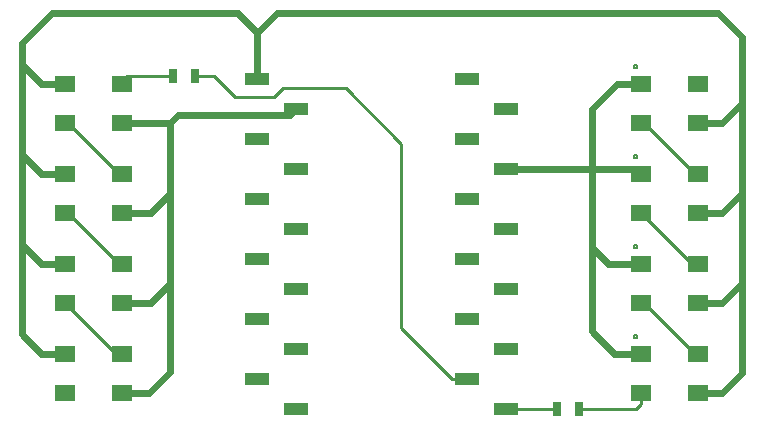
<source format=gtl>
G04 #@! TF.FileFunction,Copper,L1,Top,Signal*
%FSLAX46Y46*%
G04 Gerber Fmt 4.6, Leading zero omitted, Abs format (unit mm)*
G04 Created by KiCad (PCBNEW 4.0.3-stable) date Thursday, December 01, 2016 'PMt' 08:48:31 PM*
%MOMM*%
%LPD*%
G01*
G04 APERTURE LIST*
%ADD10C,0.100000*%
%ADD11C,0.150000*%
%ADD12R,2.000000X1.000000*%
%ADD13R,1.800000X1.400000*%
%ADD14R,0.700000X1.300000*%
%ADD15C,0.600000*%
%ADD16C,0.250000*%
G04 APERTURE END LIST*
D10*
D11*
X161334000Y-108510000D02*
X161084000Y-108510000D01*
X161334000Y-108760000D02*
X161334000Y-108510000D01*
X161084000Y-108760000D02*
X161334000Y-108760000D01*
X161084000Y-108510000D02*
X161084000Y-108760000D01*
X161334000Y-100890000D02*
X161084000Y-100890000D01*
X161334000Y-101140000D02*
X161334000Y-100890000D01*
X161084000Y-101140000D02*
X161334000Y-101140000D01*
X161084000Y-100890000D02*
X161084000Y-101140000D01*
X161334000Y-93270000D02*
X161084000Y-93270000D01*
X161334000Y-93520000D02*
X161334000Y-93270000D01*
X161084000Y-93520000D02*
X161334000Y-93520000D01*
X161084000Y-93270000D02*
X161084000Y-93520000D01*
X161334000Y-85650000D02*
X161084000Y-85650000D01*
X161334000Y-85900000D02*
X161334000Y-85650000D01*
X161084000Y-85900000D02*
X161334000Y-85900000D01*
X161084000Y-85650000D02*
X161084000Y-85900000D01*
D12*
X129160000Y-107188000D03*
X132460000Y-114808000D03*
X129160000Y-112268000D03*
X129160000Y-102108000D03*
X129160000Y-97028000D03*
X129160000Y-91948000D03*
X129160000Y-86868000D03*
X132460000Y-109728000D03*
X132460000Y-104648000D03*
X132460000Y-99568000D03*
X132460000Y-94488000D03*
X132460000Y-89408000D03*
X150240000Y-114808000D03*
X150240000Y-109728000D03*
X150240000Y-104648000D03*
X150240000Y-99568000D03*
X150240000Y-94488000D03*
X150240000Y-89408000D03*
X146940000Y-112268000D03*
X146940000Y-107188000D03*
X146940000Y-102108000D03*
X146940000Y-97028000D03*
X146940000Y-91948000D03*
X146940000Y-86868000D03*
D13*
X112916000Y-87250000D03*
X112916000Y-90550000D03*
X117716000Y-90550000D03*
X117716000Y-87250000D03*
X112916000Y-94870000D03*
X112916000Y-98170000D03*
X117716000Y-98170000D03*
X117716000Y-94870000D03*
X112916000Y-102490000D03*
X112916000Y-105790000D03*
X117716000Y-105790000D03*
X117716000Y-102490000D03*
X112916000Y-110110000D03*
X112916000Y-113410000D03*
X117716000Y-113410000D03*
X117716000Y-110110000D03*
X161684000Y-110110000D03*
X161684000Y-113410000D03*
X166484000Y-113410000D03*
X166484000Y-110110000D03*
X161684000Y-102490000D03*
X161684000Y-105790000D03*
X166484000Y-105790000D03*
X166484000Y-102490000D03*
X161684000Y-94870000D03*
X161684000Y-98170000D03*
X166484000Y-98170000D03*
X166484000Y-94870000D03*
X161684000Y-87250000D03*
X161684000Y-90550000D03*
X166484000Y-90550000D03*
X166484000Y-87250000D03*
D14*
X121986000Y-86614000D03*
X123886000Y-86614000D03*
X156398000Y-114808000D03*
X154498000Y-114808000D03*
D15*
X109220000Y-98044000D02*
X109220000Y-108458000D01*
X109220000Y-108458000D02*
X110872000Y-110110000D01*
X110872000Y-110110000D02*
X112916000Y-110110000D01*
X112916000Y-87250000D02*
X110872000Y-87250000D01*
X110872000Y-87250000D02*
X109220000Y-85598000D01*
X109220000Y-85598000D02*
X109220000Y-85344000D01*
X112916000Y-94870000D02*
X110872000Y-94870000D01*
X110872000Y-94870000D02*
X109220000Y-93218000D01*
X109220000Y-93218000D02*
X109220000Y-91948000D01*
X112916000Y-102490000D02*
X110872000Y-102490000D01*
X110872000Y-102490000D02*
X109220000Y-100838000D01*
X109220000Y-100838000D02*
X109220000Y-98044000D01*
X109220000Y-91948000D02*
X109220000Y-98044000D01*
X109220000Y-85344000D02*
X109220000Y-91948000D01*
X109220000Y-83820000D02*
X109220000Y-85344000D01*
X111760000Y-81280000D02*
X109220000Y-83820000D01*
X127508000Y-81280000D02*
X111760000Y-81280000D01*
X129158000Y-82930000D02*
X127508000Y-81280000D01*
X129160000Y-82930000D02*
X129158000Y-82930000D01*
X166484000Y-105790000D02*
X168530000Y-105790000D01*
X168530000Y-105790000D02*
X170180000Y-104140000D01*
X170180000Y-104140000D02*
X170180000Y-103632000D01*
X170180000Y-94996000D02*
X170180000Y-103632000D01*
X170180000Y-103632000D02*
X170180000Y-111760000D01*
X166484000Y-98170000D02*
X168530000Y-98170000D01*
X168530000Y-98170000D02*
X170180000Y-96520000D01*
X170180000Y-96520000D02*
X170180000Y-94996000D01*
X170180000Y-87376000D02*
X170180000Y-94996000D01*
X166484000Y-90550000D02*
X168530000Y-90550000D01*
X168530000Y-90550000D02*
X170180000Y-88900000D01*
X170180000Y-88900000D02*
X170180000Y-87376000D01*
X170180000Y-83312000D02*
X170180000Y-87376000D01*
X170180000Y-111760000D02*
X168530000Y-113410000D01*
X168530000Y-113410000D02*
X166484000Y-113410000D01*
X168148000Y-81280000D02*
X170180000Y-83312000D01*
X130810000Y-81280000D02*
X168148000Y-81280000D01*
X129160000Y-82930000D02*
X130810000Y-81280000D01*
X129160000Y-86868000D02*
X129160000Y-82930000D01*
X120016000Y-105790000D02*
X120144000Y-105790000D01*
X121794000Y-90550000D02*
X121794000Y-96520000D01*
X121794000Y-96520000D02*
X121794000Y-103760000D01*
X120016000Y-98170000D02*
X120144000Y-98170000D01*
X120144000Y-98170000D02*
X121794000Y-96520000D01*
X121794000Y-103760000D02*
X121794000Y-104140000D01*
X121794000Y-104140000D02*
X121794000Y-111632000D01*
X120144000Y-105790000D02*
X121794000Y-104140000D01*
X121794000Y-111632000D02*
X120016000Y-113410000D01*
X122428000Y-89916000D02*
X121794000Y-90550000D01*
X122428000Y-89916000D02*
X131952000Y-89916000D01*
X131952000Y-89916000D02*
X132460000Y-89408000D01*
X117716000Y-90550000D02*
X121794000Y-90550000D01*
X120016000Y-113410000D02*
X117716000Y-113410000D01*
X117716000Y-105790000D02*
X120016000Y-105790000D01*
X117716000Y-98170000D02*
X120016000Y-98170000D01*
X161684000Y-87250000D02*
X159638000Y-87250000D01*
X159638000Y-87250000D02*
X157480000Y-89408000D01*
X157480000Y-89408000D02*
X157480000Y-94488000D01*
X157480000Y-101092000D02*
X157480000Y-108204000D01*
X157480000Y-94488000D02*
X157480000Y-101092000D01*
X157480000Y-101092000D02*
X158878000Y-102490000D01*
X158878000Y-102490000D02*
X161684000Y-102490000D01*
X157480000Y-108204000D02*
X159386000Y-110110000D01*
X159386000Y-110110000D02*
X161684000Y-110110000D01*
X150240000Y-94488000D02*
X157480000Y-94488000D01*
X157480000Y-94488000D02*
X161302000Y-94488000D01*
X161302000Y-94488000D02*
X161684000Y-94870000D01*
D16*
X117716000Y-94870000D02*
X117476000Y-94870000D01*
X117476000Y-94870000D02*
X113156000Y-90550000D01*
X113156000Y-90550000D02*
X112916000Y-90550000D01*
X117716000Y-87250000D02*
X117716000Y-87008000D01*
X117716000Y-87008000D02*
X118110000Y-86614000D01*
X118110000Y-86614000D02*
X121986000Y-86614000D01*
X117716000Y-102490000D02*
X117476000Y-102490000D01*
X117476000Y-102490000D02*
X113156000Y-98170000D01*
X113156000Y-98170000D02*
X112916000Y-98170000D01*
X117716000Y-110110000D02*
X117222000Y-110110000D01*
X117222000Y-110110000D02*
X112916000Y-105804000D01*
X112916000Y-105804000D02*
X112916000Y-105790000D01*
X156398000Y-114808000D02*
X161236000Y-114808000D01*
X161236000Y-114808000D02*
X161684000Y-114360000D01*
X161684000Y-114360000D02*
X161684000Y-113410000D01*
X161684000Y-105790000D02*
X161884000Y-105790000D01*
X161884000Y-105790000D02*
X166204000Y-110110000D01*
X166204000Y-110110000D02*
X166484000Y-110110000D01*
X161684000Y-98170000D02*
X161684000Y-98184000D01*
X165990000Y-102490000D02*
X166484000Y-102490000D01*
X161684000Y-98184000D02*
X165990000Y-102490000D01*
X161684000Y-90550000D02*
X161884000Y-90550000D01*
X161884000Y-90550000D02*
X166204000Y-94870000D01*
X166204000Y-94870000D02*
X166484000Y-94870000D01*
X123886000Y-86614000D02*
X125476000Y-86614000D01*
X131318000Y-87630000D02*
X136652000Y-87630000D01*
X125476000Y-86614000D02*
X127254000Y-88392000D01*
X136652000Y-87630000D02*
X141372000Y-92350000D01*
X127254000Y-88392000D02*
X130556000Y-88392000D01*
X145690000Y-112268000D02*
X146940000Y-112268000D01*
X130556000Y-88392000D02*
X131318000Y-87630000D01*
X141372000Y-92350000D02*
X141372000Y-107950000D01*
X141372000Y-107950000D02*
X145690000Y-112268000D01*
X154498000Y-114808000D02*
X150240000Y-114808000D01*
M02*

</source>
